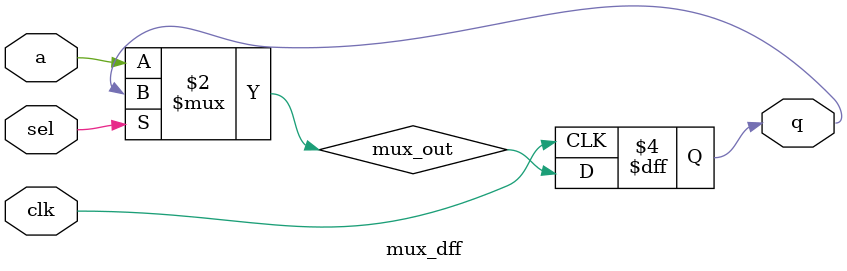
<source format=v>
module mux_dff (
    input clk,
    input a,
    input sel,
    output reg q
);
    wire mux_out;

    // MUX: selects between a and current q
    assign mux_out = (sel == 1'b0) ? a : q;

    // D Flip-Flop
    always @(posedge clk)
        q <= mux_out;
endmodule

</source>
